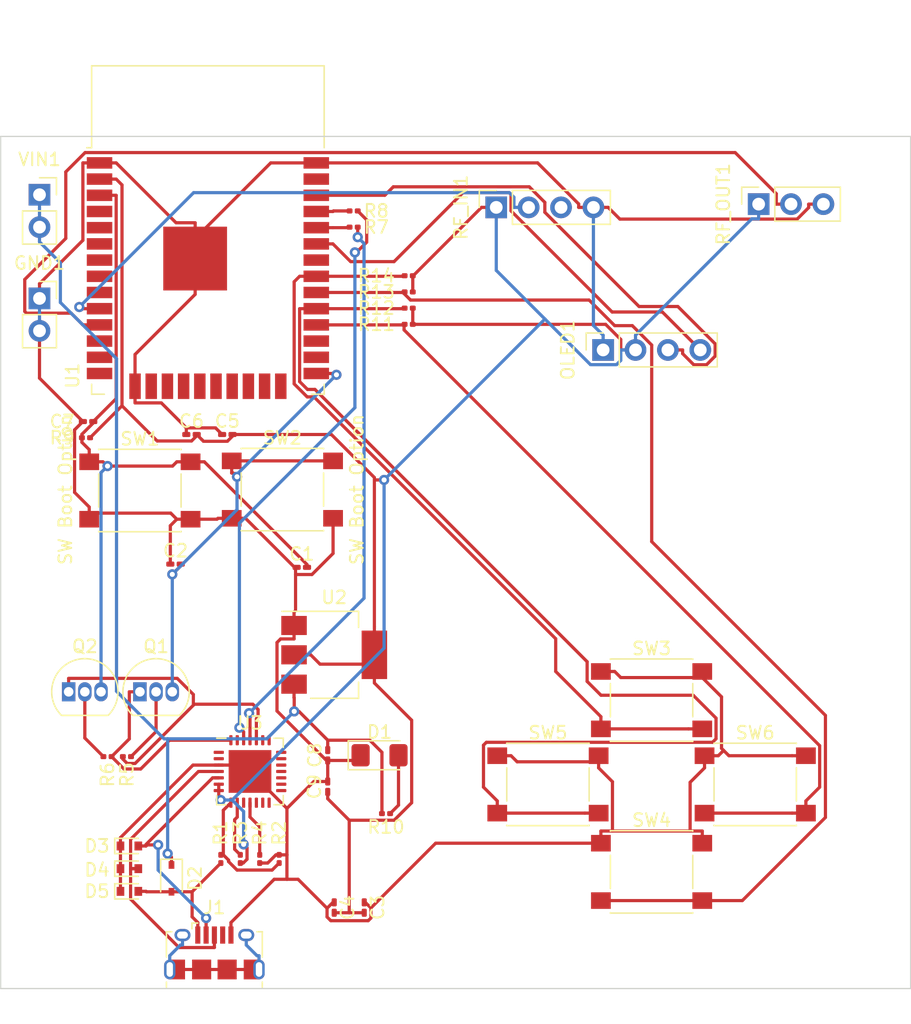
<source format=kicad_pcb>
(kicad_pcb (version 20211014) (generator pcbnew)
  (layers (0 "F.Cu" signal) (31 "B.Cu" signal) (34 "B.Paste" user) (35 "F.Paste" user) (36 "B.SilkS" user "B.Silkscreen") (37 "F.SilkS" user "F.Silkscreen") (38 "B.Mask" user) (39 "F.Mask" user) (44 "Edge.Cuts" user))
  (net 0 "")
  (net 1 "GND")
  (net 2 "EN")
  (net 3 "IO0")
  (net 4 "3V3")
  (net 5 "EXT_5V")
  (net 6 "VBUS")
  (net 7 "USB_DP")
  (net 8 "USB_DN")
  (net 9 "Net-(D1-Pad2)")
  (net 11 "unconnected-(J1-Pad6)")
  (net 12 "DTR")
  (net 13 "Net-(Q1-Pad2)")
  (net 14 "RTS")
  (net 15 "Net-(Q2-Pad2)")
  (net 16 "VbOut")
  (net 17 "Rst")
  (net 18 "Sus")
  (net 19 "RX")
  (net 20 "RXD")
  (net 21 "TX")
  (net 22 "TXD")
  (net 29 "RF_In")
  (net 30 "RF_Out")
  (net 45 "B4")
  (net 46 "B3")
  (net 47 "B2")
  (net 48 "B1")
  (net 50 "SDA")
  (net 51 "SCL")
  (footprint "Package_TO_SOT_SMD:SOT-223-3_TabPin2" (layer "F.Cu") (at 125.222 87.884)
    (fp_text reference "U2")
    (fp_text value "AMS1117-3.3")
  )
  (footprint "Package_TO_SOT_THT:TO-92_Inline" (layer "F.Cu") (at 109.982 90.784)
    (fp_text reference "Q1")
    (fp_text value "S8050")
  )
  (footprint "Connector_PinSocket_2.54mm:PinSocket_1x04_P2.54mm_Vertical" (layer "F.Cu") (at 137.932 52.807 90)
    (fp_text reference "RF_IN1")
    (fp_text value "Receiver")
  )
  (footprint "Resistor_SMD:R_0201_0603Metric" (layer "F.Cu") (at 107.442 95.864 180)
    (fp_text reference "R6")
    (fp_text value "10K")
  )
  (footprint "Resistor_SMD:R_0201_0603Metric" (layer "F.Cu") (at 126.746 54.356)
    (fp_text reference "R7")
    (fp_text value "0")
  )
  (footprint "Diode_SMD:D_SOD-523" (layer "F.Cu") (at 109.158 102.87)
    (fp_text reference "D3")
    (fp_text value "LESD5D5.0CT1G" hide)
  )
  (footprint "Resistor_SMD:R_0201_0603Metric" (layer "F.Cu") (at 117.856 103.886 90)
    (fp_text reference "R3")
    (fp_text value "2K")
  )
  (footprint "Resistor_SMD:R_0201_0603Metric" (layer "F.Cu") (at 105.755 70.866)
    (fp_text reference "R9")
    (fp_text value "10K")
  )
  (footprint "Connector_PinSocket_2.54mm:PinSocket_1x02_P2.54mm_Vertical" (layer "F.Cu") (at 102.108 51.816)
    (fp_text reference "VIN1")
    (fp_text value "VIN")
  )
  (footprint "Resistor_SMD:R_0201_0603Metric" (layer "F.Cu") (at 131.064 58.166 180)
    (fp_text reference "R14")
    (fp_text value "10K" hide)
  )
  (footprint "Connector_PinSocket_2.54mm:PinSocket_1x04_P2.54mm_Vertical" (layer "F.Cu") (at 146.314 63.983 90)
    (fp_text reference "OLED1")
    (fp_text value "OLED")
  )
  (footprint "Connector_PinSocket_2.54mm:PinSocket_1x02_P2.54mm_Vertical" (layer "F.Cu") (at 102.108 59.944)
    (fp_text reference "GND1")
    (fp_text value "GND")
  )
  (footprint "RF_Module:ESP32-WROOM-32" (layer "F.Cu") (at 115.316 57.574)
    (fp_text reference "U1")
    (fp_text value "ESP32-WROOM-32")
  )
  (footprint "Diode_SMD:D_SOD-523" (layer "F.Cu") (at 109.158 104.648)
    (fp_text reference "D4")
    (fp_text value "LESD5D5.0CT1G" hide)
  )
  (footprint "Connector_PinSocket_2.54mm:PinSocket_1x03_P2.54mm_Vertical" (layer "F.Cu") (at 158.511 52.553 90)
    (fp_text reference "RF_OUT1")
    (fp_text value "Transmitter")
  )
  (footprint "Resistor_SMD:R_0201_0603Metric" (layer "F.Cu") (at 131.064 61.976 180)
    (fp_text reference "R11")
    (fp_text value "10K" hide)
  )
  (footprint "Resistor_SMD:R_0201_0603Metric" (layer "F.Cu") (at 116.332 103.886 90)
    (fp_text reference "R1")
    (fp_text value "22.1K")
  )
  (footprint "Capacitor_SMD:C_0201_0603Metric_Pad0.64x0.40mm_HandSolder" (layer "F.Cu") (at 127.577 107.696 -90)
    (fp_text reference "C3")
    (fp_text value "4.7uF")
  )
  (footprint "Capacitor_SMD:C_0201_0603Metric_Pad0.64x0.40mm_HandSolder" (layer "F.Cu") (at 124.714 98.2225 90)
    (fp_text reference "C9")
    (fp_text value "22uF")
  )
  (footprint "Diode_SMD:D_1206_3216Metric_Pad1.42x1.75mm_HandSolder" (layer "F.Cu") (at 128.778 95.758)
    (fp_text reference "D1")
    (fp_text value "LED")
  )
  (footprint "Capacitor_SMD:C_0201_0603Metric_Pad0.64x0.40mm_HandSolder" (layer "F.Cu") (at 122.682 81.026)
    (fp_text reference "C1")
    (fp_text value "0.1uF")
  )
  (footprint "Package_DFN_QFN:QFN-28-1EP_5x5mm_P0.5mm_EP3.35x3.35mm" (layer "F.Cu") (at 118.618 97.028)
    (fp_text reference "U3")
    (fp_text value "CP2102N-Axx-xQFN28")
  )
  (footprint "Resistor_SMD:R_0201_0603Metric" (layer "F.Cu") (at 131.064 59.436 180)
    (fp_text reference "R13")
    (fp_text value "10K" hide)
  )
  (footprint "Connector_USB:USB_Micro-B_Amphenol_10118194_Horizontal" (layer "F.Cu") (at 115.824 111.252)
    (fp_text reference "J1")
    (fp_text value "USB_B_Micro")
  )
  (footprint "Capacitor_SMD:C_0201_0603Metric_Pad0.64x0.40mm_HandSolder" (layer "F.Cu") (at 112.776 80.772)
    (fp_text reference "C2")
    (fp_text value "0.1uF")
  )
  (footprint "Button_Switch_SMD:SW_Push_1P1T_NO_6x6mm_H9.5mm" (layer "F.Cu") (at 121.158 74.93)
    (fp_text reference "SW2")
    (fp_text value "SW Boot Option")
  )
  (footprint "Capacitor_SMD:C_0201_0603Metric_Pad0.64x0.40mm_HandSolder" (layer "F.Cu") (at 114.03 70.612)
    (fp_text reference "C6")
    (fp_text value "0.1uF")
  )
  (footprint "Resistor_SMD:R_0201_0603Metric" (layer "F.Cu") (at 131.064 60.706 180)
    (fp_text reference "R12")
    (fp_text value "10K" hide)
  )
  (footprint "Button_Switch_SMD:SW_Push_1P1T_NO_6x6mm_H9.5mm" (layer "F.Cu") (at 158.242 98.044)
    (fp_text reference "SW6")
    (fp_text value "RIGHT")
  )
  (footprint "Resistor_SMD:R_0201_0603Metric" (layer "F.Cu") (at 119.38 103.886 90)
    (fp_text reference "R4")
    (fp_text value "10K")
  )
  (footprint "Resistor_SMD:R_0201_0603Metric" (layer "F.Cu") (at 129.286 100.33 180)
    (fp_text reference "R10")
    (fp_text value "2K")
  )
  (footprint "Diode_SMD:D_SOD-323" (layer "F.Cu") (at 112.46 105.41 -90)
    (fp_text reference "D2")
    (fp_text value "BAT760-7" hide)
  )
  (footprint "Resistor_SMD:R_0201_0603Metric" (layer "F.Cu") (at 108.966 95.864)
    (fp_text reference "R5")
    (fp_text value "10K")
  )
  (footprint "Package_TO_SOT_THT:TO-92_Inline" (layer "F.Cu") (at 104.394 90.784)
    (fp_text reference "Q2")
    (fp_text value "S8050")
  )
  (footprint "Resistor_SMD:R_0201_0603Metric" (layer "F.Cu") (at 126.746 53.086)
    (fp_text reference "R8")
    (fp_text value "0")
  )
  (footprint "Capacitor_SMD:C_0201_0603Metric_Pad0.64x0.40mm_HandSolder" (layer "F.Cu") (at 116.84 70.612)
    (fp_text reference "C5")
    (fp_text value "22uF")
  )
  (footprint "Capacitor_SMD:C_0201_0603Metric_Pad0.64x0.40mm_HandSolder" (layer "F.Cu") (at 124.714 95.758 -90)
    (fp_text reference "C8")
    (fp_text value "22uF")
  )
  (footprint "Diode_SMD:D_SOD-523" (layer "F.Cu") (at 109.158 106.426)
    (fp_text reference "D5")
    (fp_text value "LESD5D5.0CT1G" hide)
  )
  (footprint "Button_Switch_SMD:SW_Push_1P1T_NO_6x6mm_H9.5mm" (layer "F.Cu") (at 109.982 75.003)
    (fp_text reference "SW1")
    (fp_text value "SW Boot Option")
  )
  (footprint "Button_Switch_SMD:SW_Push_1P1T_NO_6x6mm_H9.5mm" (layer "F.Cu") (at 150.114 91.44)
    (fp_text reference "SW3")
    (fp_text value "UP")
  )
  (footprint "Resistor_SMD:R_0201_0603Metric" (layer "F.Cu") (at 120.904 103.886 90)
    (fp_text reference "R2")
    (fp_text value "47.5K")
  )
  (footprint "Capacitor_SMD:C_0201_0603Metric_Pad0.64x0.40mm_HandSolder" (layer "F.Cu") (at 125.222 107.696 -90)
    (fp_text reference "C4")
    (fp_text value "0.1uF")
  )
  (footprint "Capacitor_SMD:C_0201_0603Metric_Pad0.64x0.40mm_HandSolder" (layer "F.Cu") (at 105.918 69.596)
    (fp_text reference "C7")
    (fp_text value "0.1uF")
  )
  (footprint "Button_Switch_SMD:SW_Push_1P1T_NO_6x6mm_H9.5mm" (layer "F.Cu") (at 150.114 104.902)
    (fp_text reference "SW4")
    (fp_text value "DOWN")
  )
  (footprint "Button_Switch_SMD:SW_Push_1P1T_NO_6x6mm_H9.5mm" (layer "F.Cu") (at 141.986 98.044)
    (fp_text reference "SW5")
    (fp_text value "LEFT")
  )
  (gr_rect (start 99.06 47.244) (end 170.434 114.046) (layer "Edge.Cuts") (width 0.1) (fill none))
  (segment (start 106.816 49.319) (end 105.5107 49.319) (width 0.25) (layer "F.Cu") (net 1))
  (segment (start 108.458 104.648) (end 108.458 106.426) (width 0.25) (layer "F.Cu") (net 1))
  (segment (start 146.139 102.652) (end 133.179 102.652) (width 0.25) (layer "F.Cu") (net 1))
  (segment (start 154.267 95.794) (end 155.3473 95.794) (width 0.25) (layer "F.Cu") (net 1))
  (segment (start 122.3895 105.4803) (end 124.6608 107.7516) (width 0.25) (layer "F.Cu") (net 1))
  (segment (start 124.6608 108.4337) (end 124.9539 108.7268) (width 0.25) (layer "F.Cu") (net 1))
  (segment (start 108.458 102.87) (end 108.458 102.2147) (width 0.25) (layer "F.Cu") (net 1))
  (segment (start 114.316 56.819) (end 114.316 55.2466) (width 0.25) (layer "F.Cu") (net 1))
  (segment (start 127.2905 95.758) (end 126.883 96.1655) (width 0.25) (layer "F.Cu") (net 1))
  (segment (start 106.007 76.7753) (end 106.007 76.2977) (width 0.25) (layer "F.Cu") (net 1))
  (segment (start 122.1919 84.4088) (end 122.072 84.5287) (width 0.25) (layer "F.Cu") (net 1))
  (segment (start 123.6236 97.815) (end 124.714 97.815) (width 0.25) (layer "F.Cu") (net 1))
  (segment (start 155.5997 95.2169) (end 155.7621 95.3792) (width 0.25) (layer "F.Cu") (net 1))
  (segment (start 119.38 104.206) (end 120.0078 104.206) (width 0.25) (layer "F.Cu") (net 1))
  (segment (start 112.399 76.7753) (end 112.8767 77.253) (width 0.25) (layer "F.Cu") (net 1))
  (segment (start 108.458 102.87) (end 108.458 104.648) (width 0.25) (layer "F.Cu") (net 1))
  (segment (start 161.534 53.724) (end 162.4357 52.8223) (width 0.25) (layer "F.Cu") (net 1))
  (segment (start 124.6608 107.7516) (end 124.6608 108.4337) (width 0.25) (layer "F.Cu") (net 1))
  (segment (start 121.5143 103.566) (end 121.5143 105.4803) (width 0.25) (layer "F.Cu") (net 1))
  (segment (start 121.5143 99.9243) (end 123.6236 97.815) (width 0.25) (layer "F.Cu") (net 1))
  (segment (start 105.5105 69.596) (end 102.108 66.1935) (width 0.25) (layer "F.Cu") (net 1))
  (segment (start 154.267 95.794) (end 154.267 96.7493) (width 0.25) (layer "F.Cu") (net 1))
  (segment (start 155.7621 95.3792) (end 156.1768 95.794) (width 0.25) (layer "F.Cu") (net 1))
  (segment (start 109.601 64.3393) (end 109.601 66.829) (width 0.25) (layer "F.Cu") (net 1))
  (segment (start 147.6969 89.6676) (end 147.2193 89.19) (width 0.25) (layer "F.Cu") (net 1))
  (segment (start 109.601 68.1343) (end 111.6638 68.1343) (width 0.25) (layer "F.Cu") (net 1))
  (segment (start 121.5143 105.4803) (end 120.5154 105.4803) (width 0.25) (layer "F.Cu") (net 1))
  (segment (start 125.222 107.2885) (end 125.1239 107.2885) (width 0.25) (layer "F.Cu") (net 1))
  (segment (start 120.904 103.566) (end 121.5143 103.566) (width 0.25) (layer "F.Cu") (net 1))
  (segment (start 125.1239 107.2885) (end 124.6608 107.7516) (width 0.25) (layer "F.Cu") (net 1))
  (segment (start 113.957 77.253) (end 112.8767 77.253) (width 0.25) (layer "F.Cu") (net 1))
  (segment (start 147.0454 97.8337) (end 147.0454 101.6967) (width 0.25) (layer "F.Cu") (net 1))
  (segment (start 122.072 85.584) (end 122.072 86.6393) (width 0.25) (layer "F.Cu") (net 1))
  (segment (start 127.8913 108.7268) (end 128.1014 108.5167) (width 0.25) (layer "F.Cu") (net 1))
  (segment (start 153.1356 97.8807) (end 154.267 96.7493) (width 0.25) (layer "F.Cu") (net 1))
  (segment (start 120.6478 103.566) (end 120.904 103.566) (width 0.25) (layer "F.Cu") (net 1))
  (segment (start 105.5107 55.386) (end 105.5107 49.319) (width 0.25) (layer "F.Cu") (net 1))
  (segment (start 122.1919 81.5878) (end 122.1919 84.4088) (width 0.25) (layer "F.Cu") (net 1))
  (segment (start 133.179 102.652) (end 128.1014 107.7296) (width 0.25) (layer "F.Cu") (net 1))
  (segment (start 117.124 109.852) (end 117.124 108.8717) (width 0.25) (layer "F.Cu") (net 1))
  (segment (start 139.5689 96.2716) (end 139.0913 95.794) (width 0.25) (layer "F.Cu") (net 1))
  (segment (start 116.168 96.528) (end 114.1447 96.528) (width 0.25) (layer "F.Cu") (net 1))
  (segment (start 155.5997 91.1783) (end 155.5997 95.2169) (width 0.25) (layer "F.Cu") (net 1))
  (segment (start 153.1356 101.6967) (end 153.1356 97.8807) (width 0.25) (layer "F.Cu") (net 1))
  (segment (start 145.961 96.7493) (end 147.0454 97.8337) (width 0.25) (layer "F.Cu") (net 1))
  (segment (start 121.5143 105.4803) (end 122.3895 105.4803) (width 0.25) (layer "F.Cu") (net 1))
  (segment (start 111.6638 68.1343) (end 113.6225 70.093) (width 0.25) (layer "F.Cu") (net 1))
  (segment (start 154.089 89.6676) (end 147.6969 89.6676) (width 0.25) (layer "F.Cu") (net 1))
  (segment (start 124.9539 108.7268) (end 127.8913 108.7268) (width 0.25) (layer "F.Cu") (net 1))
  (segment (start 120.5154 105.4803) (end 117.124 108.8717) (width 0.25) (layer "F.Cu") (net 1))
  (segment (start 114.316 59.6243) (end 109.601 64.3393) (width 0.25) (layer "F.Cu") (net 1))
  (segment (start 102.108 58.7887) (end 105.5107 55.386) (width 0.25) (layer "F.Cu") (net 1))
  (segment (start 118.2633 77.18) (end 122.1919 81.1086) (width 0.25) (layer "F.Cu") (net 1))
  (segment (start 114.316 55.2466) (end 120.2436 49.319) (width 0.25) (layer "F.Cu") (net 1))
  (segment (start 145.961 96.2716) (end 145.961 96.7493) (width 0.25) (layer "F.Cu") (net 1))
  (segment (start 120.736 86.92) (end 121.0167 86.6393) (width 0.25) (layer "F.Cu") (net 1))
  (segment (start 138.011 95.794) (end 139.0913 95.794) (width 0.25) (layer "F.Cu") (net 1))
  (segment (start 162.217 95.794) (end 161.1367 95.794) (width 0.25) (layer "F.Cu") (net 1))
  (segment (start 113.957 77.253) (end 116.0297 77.253) (width 0.25) (layer "F.Cu") (net 1))
  (segment (start 115.9135 70.093) (end 116.4325 70.612) (width 0.25) (layer "F.Cu") (net 1))
  (segment (start 120.2436 49.319) (end 123.816 49.319) (width 0.25) (layer "F.Cu") (net 1))
  (segment (start 127.6603 107.2885) (end 127.577 107.2885) (width 0.25) (layer "F.Cu") (net 1))
  (segment (start 112.8767 77.253) (end 112.3685 77.7612) (width 0.25) (layer "F.Cu") (net 1))
  (segment (start 118.618 97.028) (end 118.118 96.528) (width 0.25) (layer "F.Cu") (net 1))
  (segment (start 124.714 96.1655) (end 124.714 97.815) (width 0.25) (layer "F.Cu") (net 1))
  (segment (start 145.552 52.807) (end 146.7073 52.807) (width 0.25) (layer "F.Cu") (net 1))
  (segment (start 109.601 66.829) (end 109.601 68.1343) (width 0.25) (layer "F.Cu") (net 1))
  (segment (start 128.1014 108.5167) (end 128.1014 107.7296) (width 0.25) (layer "F.Cu") (net 1))
  (segment (start 146.7073 52.807) (end 147.6243 53.724) (width 0.25) (layer "F.Cu") (net 1))
  (segment (start 122.1919 81.5878) (end 123.4788 81.5878) (width 0.25) (layer "F.Cu") (net 1))
  (segment (start 123.4788 81.5878) (end 125.133 79.9336) (width 0.25) (layer "F.Cu") (net 1))
  (segment (start 117.183 77.18) (end 116.1027 77.18) (width 0.25) (layer "F.Cu") (net 1))
  (segment (start 147.6243 53.724) (end 161.534 53.724) (width 0.25) (layer "F.Cu") (net 1))
  (segment (start 146.139 89.19) (end 147.2193 89.19) (width 0.25) (layer "F.Cu") (net 1))
  (segment (start 122.072 85.584) (end 122.072 84.5287) (width 0.25) (layer "F.Cu") (net 1))
  (segment (start 106.007 77.253) (end 106.007 76.7753) (width 0.25) (layer "F.Cu") (net 1))
  (segment (start 154.089 89.19) (end 154.089 89.6676) (width 0.25) (layer "F.Cu") (net 1))
  (segment (start 118.618 97.028) (end 121.5143 99.9243) (width 0.25) (layer "F.Cu") (net 1))
  (segment (start 145.961 95.794) (end 145.961 96.2716) (width 0.25) (layer "F.Cu") (net 1))
  (segment (start 145.961 96.2716) (end 139.5689 96.2716) (width 0.25) (layer "F.Cu") (net 1))
  (segment (start 114.316 56.819) (end 114.316 59.6243) (width 0.25) (layer "F.Cu") (net 1))
  (segment (start 146.139 102.652) (end 146.139 101.6967) (width 0.25) (layer "F.Cu") (net 1))
  (segment (start 104.8601 70.2464) (end 104.8601 75.1508) (width 0.25) (layer "F.Cu") (net 1))
  (segment (start 121.0167 86.6393) (end 122.072 86.6393) (width 0.25) (layer "F.Cu") (net 1))
  (segment (start 145.552 52.807) (end 144.3967 52.807) (width 0.25) (layer "F.Cu") (net 1))
  (segment (start 153.1356 101.6967) (end 154.089 101.6967) (width 0.25) (layer "F.Cu") (net 1))
  (segment (start 147.0454 101.6967) (end 146.139 101.6967) (width 0.25) (layer "F.Cu") (net 1))
  (segment (start 124.6136 96.1655) (end 120.736 92.2879) (width 0.25) (layer "F.Cu") (net 1))
  (segment (start 114.316 55.2466) (end 114.316 54.0137) (width 0.25) (layer "F.Cu") (net 1))
  (segment (start 113.6225 70.093) (end 115.9135 70.093) (width 0.25) (layer "F.Cu") (net 1))
  (segment (start 155.7621 95.3792) (end 155.3473 95.794) (width 0.25) (layer "F.Cu") (net 1))
  (segment (start 144.3967 52.5377) (end 144.3967 52.807) (width 0.25) (layer "F.Cu") (net 1))
  (segment (start 102.108 66.1935) (end 102.108 62.484) (width 0.25) (layer "F.Cu") (net 1))
  (segment (start 122.1919 81.1086) (end 122.2745 81.026) (width 0.25) (layer "F.Cu") (net 1))
  (segment (start 112.816 54.0137) (end 114.316 54.0137) (width 0.25) (layer "F.Cu") (net 1))
  (segment (start 108.1213 49.319) (end 112.816 54.0137) (width 0.25) (layer "F.Cu") (net 1))
  (segment (start 154.089 89.6676) (end 155.5997 91.1783) (width 0.25) (layer "F.Cu") (net 1))
  (segment (start 113.6225 70.093) (end 113.6225 70.612) (width 0.25) (layer "F.Cu") (net 1))
  (segment (start 154.089 102.652) (end 154.089 101.6967) (width 0.25) (layer "F.Cu") (net 1))
  (segment (start 123.816 49.319) (end 141.178 49.319) (width 0.25) (layer "F.Cu") (net 1))
  (segment (start 118.118 96.528) (end 116.168 96.528) (width 0.25) (layer "F.Cu") (net 1))
  (segment (start 163.591 52.553) (end 162.4357 52.553) (width 0.25) (layer "F.Cu") (net 1))
  (segment (start 141.178 49.319) (end 144.3967 52.5377) (width 0.25) (layer "F.Cu") (net 1))
  (segment (start 120.0078 104.206) (end 120.6478 103.566) (width 0.25) (layer "F.Cu") (net 1))
  (segment (start 156.1768 95.794) (end 161.1367 95.794) (width 0.25) (layer "F.Cu") (net 1))
  (segment (start 106.007 76.7753) (end 112.399 76.7753) (width 0.25) (layer "F.Cu") (net 1))
  (segment (start 121.5143 99.9243) (end 121.5143 103.566) (width 0.25) (layer "F.Cu") (net 1))
  (segment (start 126.883 96.1655) (end 124.714 96.1655) (width 0.25) (layer "F.Cu") (net 1))
  (segment (start 105.5105 69.596) (end 104.8601 70.2464) (width 0.25) (layer "F.Cu") (net 1))
  (segment (start 116.0297 77.253) (end 116.1027 77.18) (width 0.25) (layer "F.Cu") (net 1))
  (segment (start 120.736 92.2879) (end 120.736 86.92) (width 0.25) (layer "F.Cu") (net 1))
  (segment (start 104.8601 75.1508) (end 106.007 76.2977) (width 0.25) (layer "F.Cu") (net 1))
  (segment (start 114.1447 96.528) (end 108.458 102.2147) (width 0.25) (layer "F.Cu") (net 1))
  (segment (start 124.714 96.1655) (end 124.6136 96.1655) (width 0.25) (layer "F.Cu") (net 1))
  (segment (start 128.1014 107.7296) (end 127.6603 107.2885) (width 0.25) (layer "F.Cu") (net 1))
  (segment (start 125.133 79.9336) (end 125.133 77.18) (width 0.25) (layer "F.Cu") (net 1))
  (segment (start 117.183 77.18) (end 118.2633 77.18) (width 0.25) (layer "F.Cu") (net 1))
  (segment (start 147.0454 101.6967) (end 153.1356 101.6967) (width 0.25) (layer "F.Cu") (net 1))
  (segment (start 162.4357 52.8223) (end 162.4357 52.553) (width 0.25) (layer "F.Cu") (net 1))
  (segment (start 112.3685 77.7612) (end 112.3685 80.772) (width 0.25) (layer "F.Cu") (net 1))
  (segment (start 102.108 59.944) (end 102.108 58.7887) (width 0.25) (layer "F.Cu") (net 1))
  (segment (start 106.816 49.319) (end 108.1213 49.319) (width 0.25) (layer "F.Cu") (net 1))
  (segment (start 122.1919 81.1086) (end 122.1919 81.5878) (width 0.25) (layer "F.Cu") (net 1))
  (segment (start 146.314 63.983) (end 146.314 62.8277) (width 0.25) (layer "B.Cu") (net 1))
  (segment (start 102.108 59.944) (end 102.108 62.484) (width 0.25) (layer "B.Cu") (net 1))
  (segment (start 145.552 62.0657) (end 146.314 62.8277) (width 0.25) (layer "B.Cu") (net 1))
  (segment (start 145.552 52.807) (end 145.552 62.0657) (width 0.25) (layer "B.Cu") (net 1))
  (segment (start 106.3255 69.596) (end 106.3255 69.7037) (width 0.25) (layer "F.Cu") (net 2))
  (segment (start 106.007 72.753) (end 106.007 71.7977) (width 0.25) (layer "F.Cu") (net 2))
  (segment (start 107.4433 73.0865) (end 112.5432 73.0865) (width 0.25) (layer "F.Cu") (net 2))
  (segment (start 106.3255 69.596) (end 108.1213 67.8002) (width 0.25) (layer "F.Cu") (net 2))
  (segment (start 106.816 51.859) (end 108.1213 51.859) (width 0.25) (layer "F.Cu") (net 2))
  (segment (start 115.0373 72.753) (end 123.0895 80.8052) (width 0.25) (layer "F.Cu") (net 2))
  (segment (start 106.3255 69.7037) (end 105.435 70.5942) (width 0.25) (layer "F.Cu") (net 2))
  (segment (start 123.0895 80.8052) (end 123.0895 81.026) (width 0.25) (layer "F.Cu") (net 2))
  (segment (start 113.957 72.753) (end 115.0373 72.753) (width 0.25) (layer "F.Cu") (net 2))
  (segment (start 108.1213 67.8002) (end 108.1213 51.859) (width 0.25) (layer "F.Cu") (net 2))
  (segment (start 105.435 71.2257) (end 106.007 71.7977) (width 0.25) (layer "F.Cu") (net 2))
  (segment (start 105.435 70.5942) (end 105.435 70.866) (width 0.25) (layer "F.Cu") (net 2))
  (segment (start 112.5432 73.0865) (end 112.8767 72.753) (width 0.25) (layer "F.Cu") (net 2))
  (segment (start 106.007 72.753) (end 107.0873 72.753) (width 0.25) (layer "F.Cu") (net 2))
  (segment (start 113.957 72.753) (end 112.8767 72.753) (width 0.25) (layer "F.Cu") (net 2))
  (segment (start 107.0873 72.753) (end 107.4208 73.0865) (width 0.25) (layer "F.Cu") (net 2))
  (segment (start 105.435 70.866) (end 105.435 71.2257) (width 0.25) (layer "F.Cu") (net 2))
  (segment (start 107.4208 73.0865) (end 107.4433 73.0865) (width 0.25) (layer "F.Cu") (net 2))
  (via (at 107.4433 73.0865) (size 0.8) (drill 0.4) (layers "F.Cu" "B.Cu") (net 2))
  (segment (start 106.934 73.5958) (end 107.4433 73.0865) (width 0.25) (layer "B.Cu") (net 2))
  (segment (start 106.934 90.784) (end 106.934 73.5958) (width 0.25) (layer "B.Cu") (net 2))
  (segment (start 117.183 72.68) (end 117.183 73.6353) (width 0.25) (layer "F.Cu") (net 3))
  (segment (start 123.816 65.829) (end 125.1213 65.829) (width 0.25) (layer "F.Cu") (net 3))
  (segment (start 113.1835 80.772) (end 113.1835 80.9155) (width 0.25) (layer "F.Cu") (net 3))
  (segment (start 125.222 65.9297) (end 125.1213 65.829) (width 0.25) (layer "F.Cu") (net 3))
  (segment (start 125.3981 65.9297) (end 125.222 65.9297) (width 0.25) (layer "F.Cu") (net 3))
  (segment (start 125.133 72.68) (end 117.183 72.68) (width 0.25) (layer "F.Cu") (net 3))
  (segment (start 117.309 73.6353) (end 117.183 73.6353) (width 0.25) (layer "F.Cu") (net 3))
  (segment (start 117.6001 73.9264) (end 117.309 73.6353) (width 0.25) (layer "F.Cu") (net 3))
  (segment (start 113.1835 80.9155) (end 112.522 81.577) (width 0.25) (layer "F.Cu") (net 3))
  (via (at 117.6001 73.9264) (size 0.8) (drill 0.4) (layers "F.Cu" "B.Cu") (net 3))
  (via (at 112.522 81.577) (size 0.8) (drill 0.4) (layers "F.Cu" "B.Cu") (net 3))
  (via (at 125.3981 65.9297) (size 0.8) (drill 0.4) (layers "F.Cu" "B.Cu") (net 3))
  (segment (start 117.6001 73.7277) (end 125.3981 65.9297) (width 0.25) (layer "B.Cu") (net 3))
  (segment (start 112.522 81.577) (end 112.522 90.784) (width 0.25) (layer "B.Cu") (net 3))
  (segment (start 117.6001 73.9264) (end 117.6001 73.7277) (width 0.25) (layer "B.Cu") (net 3))
  (segment (start 117.6001 73.9264) (end 117.6001 76.4989) (width 0.25) (layer "B.Cu") (net 3))
  (segment (start 117.6001 76.4989) (end 112.522 81.577) (width 0.25) (layer "B.Cu") (net 3))
  (segment (start 118.3837 103.0085) (end 118.3837 103.9094) (width 0.25) (layer "F.Cu") (net 4))
  (segment (start 124.714 99.1658) (end 124.714 98.63) (width 0.25) (layer "F.Cu") (net 4))
  (segment (start 125.222 108.1035) (end 126.3995 108.1035) (width 0.25) (layer "F.Cu") (net 4))
  (segment (start 114.0326 71.1196) (end 111.335 71.1196) (width 0.25) (layer "F.Cu") (net 4))
  (segment (start 118.118 102.7428) (end 118.3837 103.0085) (width 0.25) (layer "F.Cu") (net 4))
  (segment (start 148.854 63.983) (end 147.6987 63.983) (width 0.25) (layer "F.Cu") (net 4))
  (segment (start 128.372 87.884) (end 128.372 85.6787) (width 0.25) (layer "F.Cu") (net 4))
  (segment (start 128.372 87.884) (end 128.372 88.6139) (width 0.25) (layer "F.Cu") (net 4))
  (segment (start 108.1213 50.589) (end 108.5782 51.0459) (width 0.25) (layer "F.Cu") (net 4))
  (segment (start 131.384 58.166) (end 131.4177 58.166) (width 0.25) (layer "F.Cu") (net 4))
  (segment (start 114.8482 71.0226) (end 114.9684 71.1428) (width 0.25) (layer "F.Cu") (net 4))
  (segment (start 128.372 88.6139) (end 124.1072 88.6139) (width 0.25) (layer "F.Cu") (net 4))
  (segment (start 129.9231 100.8513) (end 126.3995 100.8513) (width 0.25) (layer "F.Cu") (net 4))
  (segment (start 116.168 99.1159) (end 116.3204 99.2683) (width 0.25) (layer "F.Cu") (net 4))
  (segment (start 114.8481 71.0226) (end 114.8482 71.0226) (width 0.25) (layer "F.Cu") (net 4))
  (segment (start 128.372 73.9834) (end 125.0006 70.612) (width 0.25) (layer "F.Cu") (net 4))
  (segment (start 137.932 52.807) (end 136.7767 52.807) (width 0.25) (layer "F.Cu") (net 4))
  (segment (start 128.372 90.0893) (end 131.2986 93.0159) (width 0.25) (layer "F.Cu") (net 4))
  (segment (start 131.4177 58.166) (end 136.7767 52.807) (width 0.25) (layer "F.Cu") (net 4))
  (segment (start 147.6987 63.983) (end 147.6987 63.166) (width 0.25) (layer "F.Cu") (net 4))
  (segment (start 108.5782 51.0459) (end 108.5782 68.3628) (width 0.25) (layer "F.Cu") (net 4))
  (segment (start 118.3837 103.9094) (end 118.0871 104.206) (width 0.25) (layer "F.Cu") (net 4))
  (segment (start 131.384 61.976) (end 131.384 60.706) (width 0.25) (layer "F.Cu") (net 4))
  (segment (start 108.5782 68.3628) (end 106.075 70.866) (width 0.25) (layer "F.Cu") (net 4))
  (segment (start 116.8423 71.1428) (end 117.2475 70.7376) (width 0.25) (layer "F.Cu") (net 4))
  (segment (start 131.384 58.166) (end 131.384 59.436) (width 0.25) (layer "F.Cu") (net 4))
  (segment (start 114.4889 70.6633) (end 114.0326 71.1196) (width 0.25) (layer "F.Cu") (net 4))
  (segment (start 128.372 88.6139) (end 128.372 90.0893) (width 0.25) (layer "F.Cu") (net 4))
  (segment (start 106.816 50.589) (end 108.1213 50.589) (width 0.25) (layer "F.Cu") (net 4))
  (segment (start 129.1338 74.1739) (end 128.372 74.1739) (width 0.25) (layer "F.Cu") (net 4))
  (segment (start 131.2986 99.4758) (end 129.9231 100.8513) (width 0.25) (layer "F.Cu") (net 4))
  (segment (start 114.9684 71.1428) (end 116.8423 71.1428) (width 0.25) (layer "F.Cu") (net 4))
  (segment (start 114.4889 70.6633) (end 114.8481 71.0226) (width 0.25) (layer "F.Cu") (net 4))
  (segment (start 116.168 98.528) (end 116.168 99.1159) (width 0.25) (layer "F.Cu") (net 4))
  (segment (start 124.1072 88.6139) (end 123.3773 87.884) (width 0.25) (layer "F.Cu") (net 4))
  (segment (start 122.072 87.884) (end 123.3773 87.884) (width 0.25) (layer "F.Cu") (net 4))
  (segment (start 131.2986 93.0159) (end 131.2986 99.4758) (width 0.25) (layer "F.Cu") (net 4))
  (segment (start 118.0871 104.206) (end 117.856 104.206) (width 0.25) (layer "F.Cu") (net 4))
  (segment (start 126.3995 100.8513) (end 124.714 99.1658) (width 0.25) (layer "F.Cu") (net 4))
  (segment (start 128.372 74.1739) (end 128.372 73.9834) (width 0.25) (layer "F.Cu") (net 4))
  (segment (start 125.0006 70.612) (end 117.2475 70.612) (width 0.25) (layer "F.Cu") (net 4))
  (segment (start 126.3995 108.1035) (end 127.577 108.1035) (width 0.25) (layer "F.Cu") (net 4))
  (segment (start 114.4375 70.612) (end 114.4889 70.6633) (width 0.25) (layer "F.Cu") (net 4))
  (segment (start 116.168 98.028) (end 116.168 98.528) (width 0.25) (layer "F.Cu") (net 4))
  (segment (start 146.5087 61.976) (end 131.384 61.976) (width 0.25) (layer "F.Cu") (net 4))
  (segment (start 111.335 71.1196) (end 108.5782 68.3628) (width 0.25) (layer "F.Cu") (net 4))
  (segment (start 126.3995 100.8513) (end 126.3995 108.1035) (width 0.25) (layer "F.Cu") (net 4))
  (segment (start 147.6987 63.166) (end 146.5087 61.976) (width 0.25) (layer "F.Cu") (net 4))
  (segment (start 117.2475 70.7376) (end 117.2475 70.612) (width 0.25) (layer "F.Cu") (net 4))
  (segment (start 128.372 74.1739) (end 128.372 85.6787) (width 0.25) (layer "F.Cu") (net 4))
  (via (at 116.3204 99.2683) (size 0.8) (drill 0.4) (layers "F.Cu" "B.Cu") (net 4))
  (via (at 129.1338 74.1739) (size 0.8) (drill 0.4) (layers "F.Cu" "B.Cu") (net 4))
  (via (at 118.118 102.7428) (size 0.8) (drill 0.4) (layers "F.Cu" "B.Cu") (net 4))
  (segment (start 148.854 63.983) (end 147.6987 63.983) (width 0.25) (layer "B.Cu") (net 4))
  (segment (start 141.7479 61.5598) (end 129.1338 74.1739) (width 0.25) (layer "B.Cu") (net 4))
  (segment (start 158.511 52.553) (end 158.511 53.7083) (width 0.25) (layer "B.Cu") (net 4))
  (segment (start 117.2192 99.2683) (end 118.118 100.1671) (width 0.25) (layer "B.Cu") (net 4))
  (segment (start 148.854 63.983) (end 148.854 62.8277) (width 0.25) (layer "B.Cu") (net 4))
  (segment (start 118.118 100.1671) (end 118.118 102.7428) (width 0.25) (layer "B.Cu") (net 4))
  (segment (start 147.6987 64.8) (end 147.6987 63.983) (width 0.25) (layer "B.Cu") (net 4))
  (segment (start 148.854 62.8277) (end 157.9734 53.7083) (width 0.25) (layer "B.Cu") (net 4))
  (segment (start 137.932 52.807) (end 137.932 57.7439) (width 0.25) (layer "B.Cu") (net 4))
  (segment (start 147.3603 65.1384) (end 147.6987 64.8) (width 0.25) (layer "B.Cu") (net 4))
  (segment (start 141.7479 61.5598) (end 145.3265 65.1384) (width 0.25) (layer "B.Cu") (net 4))
  (segment (start 129.1338 74.1739) (end 129.1338 87.3537) (width 0.25) (layer "B.Cu") (net 4))
  (segment (start 157.9734 53.7083) (end 158.511 53.7083) (width 0.25) (layer "B.Cu") (net 4))
  (segment (start 145.3265 65.1384) (end 147.3603 65.1384) (width 0.25) (layer "B.Cu") (net 4))
  (segment (start 129.1338 87.3537) (end 117.2192 99.2683) (width 0.25) (layer "B.Cu") (net 4))
  (segment (start 117.2192 99.2683) (end 116.3204 99.2683) (width 0.25) (layer "B.Cu") (net 4))
  (segment (start 137.932 57.7439) (end 141.7479 61.5598) (width 0.25) (layer "B.Cu") (net 4))
  (segment (start 112.46 104.36) (end 112.46 103.7547) (width 0.25) (layer "F.Cu") (net 5))
  (segment (start 112.46 103.7547) (end 112.4409 103.7547) (width 0.25) (layer "F.Cu") (net 5))
  (segment (start 112.4409 103.7547) (end 112.159 103.4728) (width 0.25) (layer "F.Cu") (net 5))
  (segment (start 122.0844 92.3191) (end 122.0844 91.2517) (width 0.25) (layer "F.Cu") (net 5))
  (segment (start 128.0149 94.5765) (end 128.966 95.5276) (width 0.25) (layer "F.Cu") (net 5))
  (segment (start 124.714 94.5765) (end 122.4566 92.3191) (width 0.25) (layer "F.Cu") (net 5))
  (segment (start 122.4566 92.3191) (end 122.0844 92.3191) (width 0.25) (layer "F.Cu") (net 5))
  (segment (start 122.0844 91.2517) (end 122.072 91.2393) (width 0.25) (layer "F.Cu") (net 5))
  (segment (start 122.072 90.184) (end 122.072 91.2393) (width 0.25) (layer "F.Cu") (net 5))
  (segment (start 128.966 95.5276) (end 128.966 100.33) (width 0.25) (layer "F.Cu") (net 5))
  (segment (start 124.714 94.5765) (end 128.0149 94.5765) (width 0.25) (layer "F.Cu") (net 5))
  (segment (start 124.714 95.3505) (end 124.714 94.5765) (width 0.25) (layer "F.Cu") (net 5))
  (via (at 112.159 103.4728) (size 0.8) (drill 0.4) (layers "F.Cu" "B.Cu") (net 5))
  (via (at 122.0844 92.3191) (size 0.8) (drill 0.4) (layers "F.Cu" "B.Cu") (net 5))
  (segment (start 102.108 54.356) (end 102.108 51.816) (width 0.25) (layer "B.Cu") (net 5))
  (segment (start 119.9346 94.4689) (end 122.0844 92.3191) (width 0.25) (layer "B.Cu") (net 5))
  (segment (start 108.1486 90.7404) (end 111.8771 94.4689) (width 0.25) (layer "B.Cu") (net 5))
  (segment (start 103.7445 57.1478) (end 103.7445 60.2589) (width 0.25) (layer "B.Cu") (net 5))
  (segment (start 108.1486 64.663) (end 108.1486 90.7404) (width 0.25) (layer "B.Cu") (net 5))
  (segment (start 112.159 94.4689) (end 119.9346 94.4689) (width 0.25) (layer "B.Cu") (net 5))
  (segment (start 112.159 94.4689) (end 112.159 103.4728) (width 0.25) (layer "B.Cu") (net 5))
  (segment (start 111.8771 94.4689) (end 112.159 94.4689) (width 0.25) (layer "B.Cu") (net 5))
  (segment (start 103.7445 60.2589) (end 108.1486 64.663) (width 0.25) (layer "B.Cu") (net 5))
  (segment (start 102.108 54.356) (end 102.108 55.5113) (width 0.25) (layer "B.Cu") (net 5))
  (segment (start 102.108 55.5113) (end 103.7445 57.1478) (width 0.25) (layer "B.Cu") (net 5))
  (segment (start 114.078 108.4257) (end 114.078 106.46) (width 0.25) (layer "F.Cu") (net 6))
  (segment (start 110.4633 106.426) (end 110.4973 106.46) (width 0.25) (layer "F.Cu") (net 6))
  (segment (start 109.858 106.426) (end 110.4633 106.426) (width 0.25) (layer "F.Cu") (net 6))
  (segment (start 114.078 106.46) (end 116.332 104.206) (width 0.25) (layer "F.Cu") (net 6))
  (segment (start 110.4973 106.46) (end 112.46 106.46) (width 0.25) (layer "F.Cu") (net 6))
  (segment (start 112.46 106.46) (end 114.078 106.46) (width 0.25) (layer "F.Cu") (net 6))
  (segment (start 114.524 109.852) (end 114.524 108.8717) (width 0.25) (layer "F.Cu") (net 6))
  (segment (start 114.524 108.8717) (end 114.078 108.4257) (width 0.25) (layer "F.Cu") (net 6))
  (segment (start 109.858 104.648) (end 109.2527 104.648) (width 0.25) (layer "F.Cu") (net 7))
  (segment (start 115.824 109.852) (end 115.824 110.8323) (width 0.25) (layer "F.Cu") (net 7))
  (segment (start 115.824 110.8323) (end 113.0502 110.8323) (width 0.25) (layer "F.Cu") (net 7))
  (segment (start 109.2527 102.349) (end 109.2527 104.648) (width 0.25) (layer "F.Cu") (net 7))
  (segment (start 116.168 97.028) (end 114.5737 97.028) (width 0.25) (layer "F.Cu") (net 7))
  (segment (start 113.0502 110.8323) (end 109.2527 107.0348) (width 0.25) (layer "F.Cu") (net 7))
  (segment (start 109.858 104.648) (end 109.2527 104.648) (width 0.25) (layer "F.Cu") (net 7))
  (segment (start 109.2527 107.0348) (end 109.2527 104.648) (width 0.25) (layer "F.Cu") (net 7))
  (segment (start 114.5737 97.028) (end 109.2527 102.349) (width 0.25) (layer "F.Cu") (net 7))
  (segment (start 110.548 102.7853) (end 110.4633 102.87) (width 0.25) (layer "F.Cu") (net 8))
  (segment (start 115.6864 97.528) (end 110.4633 102.7511) (width 0.25) (layer "F.Cu") (net 8))
  (segment (start 110.4633 102.7511) (end 110.4633 102.87) (width 0.25) (layer "F.Cu") (net 8))
  (segment (start 115.174 109.852) (end 115.174 108.5207) (width 0.25) (layer "F.Cu") (net 8))
  (segment (start 116.168 97.528) (end 115.6864 97.528) (width 0.25) (layer "F.Cu") (net 8))
  (segment (start 109.858 102.87) (end 110.4633 102.87) (width 0.25) (layer "F.Cu") (net 8))
  (segment (start 111.412 102.7853) (end 110.548 102.7853) (width 0.25) (layer "F.Cu") (net 8))
  (via (at 111.412 102.7853) (size 0.8) (drill 0.4) (layers "F.Cu" "B.Cu") (net 8))
  (via (at 115.174 108.5207) (size 0.8) (drill 0.4) (layers "F.Cu" "B.Cu") (net 8))
  (segment (start 111.412 102.7853) (end 111.412 104.7587) (width 0.25) (layer "B.Cu") (net 8))
  (segment (start 111.412 104.7587) (end 115.174 108.5207) (width 0.25) (layer "B.Cu") (net 8))
  (segment (start 129.606 100.33) (end 130.2655 99.6705) (width 0.25) (layer "F.Cu") (net 9))
  (segment (start 130.2655 99.6705) (end 130.2655 95.758) (width 0.25) (layer "F.Cu") (net 9))
  (segment (start 118.724 112.552) (end 116.824 112.552) (width 0.25) (layer "F.Cu") (net 11))
  (segment (start 112.924 112.552) (end 112.324 112.552) (width 0.25) (layer "F.Cu") (net 11))
  (segment (start 119.324 112.552) (end 118.724 112.552) (width 0.25) (layer "F.Cu") (net 11))
  (segment (start 114.824 112.552) (end 116.824 112.552) (width 0.25) (layer "F.Cu") (net 11))
  (segment (start 112.924 112.552) (end 114.824 112.552) (width 0.25) (layer "F.Cu") (net 11))
  (segment (start 118.324 110.6323) (end 119.1634 111.4717) (width 0.25) (layer "B.Cu") (net 11))
  (segment (start 113.324 109.852) (end 113.324 110.6323) (width 0.25) (layer "B.Cu") (net 11))
  (segment (start 112.324 112.552) (end 112.324 111.4717) (width 0.25) (layer "B.Cu") (net 11))
  (segment (start 119.324 112.552) (end 119.324 111.4717) (width 0.25) (layer "B.Cu") (net 11))
  (segment (start 113.1634 110.6323) (end 113.324 110.6323) (width 0.25) (layer "B.Cu") (net 11))
  (segment (start 119.1634 111.4717) (end 119.324 111.4717) (width 0.25) (layer "B.Cu") (net 11))
  (segment (start 118.324 109.852) (end 118.324 110.6323) (width 0.25) (layer "B.Cu") (net 11))
  (segment (start 112.324 111.4717) (end 113.1634 110.6323) (width 0.25) (layer "B.Cu") (net 11))
  (segment (start 112.3035 94.578) (end 110.0478 96.8337) (width 0.25) (layer "F.Cu") (net 12))
  (segment (start 109.1517 94.4743) (end 107.762 95.864) (width 0.25) (layer "F.Cu") (net 12))
  (segment (start 109.982 90.784) (end 109.1517 90.784) (width 0.25) (layer "F.Cu") (net 12))
  (segment (start 117.118 94.578) (end 112.3035 94.578) (width 0.25) (layer "F.Cu") (net 12))
  (segment (start 110.0478 96.8337) (end 108.7317 96.8337) (width 0.25) (layer "F.Cu") (net 12))
  (segment (start 108.7317 96.8337) (end 107.762 95.864) (width 0.25) (layer "F.Cu") (net 12))
  (segment (start 109.1517 90.784) (end 109.1517 94.4743) (width 0.25) (layer "F.Cu") (net 12))
  (segment (start 111.252 93.898) (end 111.252 90.784) (width 0.25) (layer "F.Cu") (net 13))
  (segment (start 109.286 95.864) (end 111.252 93.898) (width 0.25) (layer "F.Cu") (net 13))
  (segment (start 114.1745 91.8328) (end 109.6066 96.4007) (width 0.25) (layer "F.Cu") (net 14))
  (segment (start 104.394 90.784) (end 104.394 89.7287) (width 0.25) (layer "F.Cu") (net 14))
  (segment (start 114.1745 90.9925) (end 114.1745 91.7547) (width 0.25) (layer "F.Cu") (net 14))
  (segment (start 119.2508 92.7522) (end 119.2508 92.1678) (width 0.25) (layer "F.Cu") (net 14))
  (segment (start 108.9894 96.4007) (end 108.646 96.0573) (width 0.25) (layer "F.Cu") (net 14))
  (segment (start 108.646 96.0573) (end 108.646 95.864) (width 0.25) (layer "F.Cu") (net 14))
  (segment (start 119.118 92.885) (end 119.2508 92.7522) (width 0.25) (layer "F.Cu") (net 14))
  (segment (start 119.2508 92.1678) (end 118.8377 91.7547) (width 0.25) (layer "F.Cu") (net 14))
  (segment (start 118.8377 91.7547) (end 114.1745 91.7547) (width 0.25) (layer "F.Cu") (net 14))
  (segment (start 114.1745 91.7547) (end 114.1745 91.8328) (width 0.25) (layer "F.Cu") (net 14))
  (segment (start 109.6066 96.4007) (end 108.9894 96.4007) (width 0.25) (layer "F.Cu") (net 14))
  (segment (start 119.118 94.578) (end 119.118 92.885) (width 0.25) (layer "F.Cu") (net 14))
  (segment (start 104.394 89.7287) (end 112.9107 89.7287) (width 0.25) (layer "F.Cu") (net 14))
  (segment (start 112.9107 89.7287) (end 114.1745 90.9925) (width 0.25) (layer "F.Cu") (net 14))
  (segment (start 105.664 90.784) (end 105.664 94.406) (width 0.25) (layer "F.Cu") (net 15))
  (segment (start 105.664 94.406) (end 107.122 95.864) (width 0.25) (layer "F.Cu") (net 15))
  (segment (start 117.118 99.478) (end 116.525 100.071) (width 0.25) (layer "F.Cu") (net 16))
  (segment (start 116.525 100.071) (end 116.525 103.566) (width 0.25) (layer "F.Cu") (net 16))
  (segment (start 120.3529 104.7571) (end 117.6004 104.7571) (width 0.25) (layer "F.Cu") (net 16))
  (segment (start 120.904 104.206) (end 120.3529 104.7571) (width 0.25) (layer "F.Cu") (net 16))
  (segment (start 116.9385 103.9795) (end 116.525 103.566) (width 0.25) (layer "F.Cu") (net 16))
  (segment (start 117.6004 104.7571) (end 116.9385 104.0952) (width 0.25) (layer "F.Cu") (net 16))
  (segment (start 116.525 103.566) (end 116.332 103.566) (width 0.25) (layer "F.Cu") (net 16))
  (segment (start 116.9385 104.0952) (end 116.9385 103.9795) (width 0.25) (layer "F.Cu") (net 16))
  (segment (start 117.4127 103.1227) (end 117.856 103.566) (width 0.25) (layer "F.Cu") (net 17))
  (segment (start 117.4127 100.808) (end 117.4127 103.1227) (width 0.25) (layer "F.Cu") (net 17))
  (segment (start 117.618 99.478) (end 117.618 100.6027) (width 0.25) (layer "F.Cu") (net 17))
  (segment (start 117.618 100.6027) (end 117.4127 100.808) (width 0.25) (layer "F.Cu") (net 17))
  (segment (start 118.618 100.6026) (end 118.618 99.478) (width 0.25) (layer "F.Cu") (net 18))
  (segment (start 119.38 103.566) (end 119.38 101.3646) (width 0.25) (layer "F.Cu") (net 18))
  (segment (start 119.38 101.3646) (end 118.618 100.6026) (width 0.25) (layer "F.Cu") (net 18))
  (segment (start 125.1213 54.399) (end 126.383 54.399) (width 0.25) (layer "F.Cu") (net 19))
  (segment (start 126.383 54.399) (end 126.426 54.356) (width 0.25) (layer "F.Cu") (net 19))
  (segment (start 123.816 54.399) (end 125.1213 54.399) (width 0.25) (layer "F.Cu") (net 19))
  (segment (start 118.5455 92.46) (end 118.618 92.5325) (width 0.25) (layer "F.Cu") (net 20))
  (segment (start 118.618 92.5325) (end 118.618 94.578) (width 0.25) (layer "F.Cu") (net 20))
  (segment (start 127.066 54.356) (end 127.066 55.1407) (width 0.25) (layer "F.Cu") (net 20))
  (via (at 118.5455 92.46) (size 0.8) (drill 0.4) (layers "F.Cu" "B.Cu") (net 20))
  (via (at 127.066 55.1407) (size 0.8) (drill 0.4) (layers "F.Cu" "B.Cu") (net 20))
  (segment (start 127.066 55.1407) (end 127.561 55.6357) (width 0.25) (layer "B.Cu") (net 20))
  (segment (start 127.561 83.4445) (end 118.5455 92.46) (width 0.25) (layer "B.Cu") (net 20))
  (segment (start 127.561 55.6357) (end 127.561 83.4445) (width 0.25) (layer "B.Cu") (net 20))
  (segment (start 125.1643 53.086) (end 125.1213 53.129) (width 0.25) (layer "F.Cu") (net 21))
  (segment (start 123.816 53.129) (end 125.1213 53.129) (width 0.25) (layer "F.Cu") (net 21))
  (segment (start 126.426 53.086) (end 125.1643 53.086) (width 0.25) (layer "F.Cu") (net 21))
  (segment (start 127.7714 53.7914) (end 127.7714 55.532) (width 0.25) (layer "F.Cu") (net 22))
  (segment (start 118.118 94.578) (end 118.118 93.9261) (width 0.25) (layer "F.Cu") (net 22))
  (segment (start 118.118 93.9261) (end 117.7867 93.5948) (width 0.25) (layer "F.Cu") (net 22))
  (segment (start 127.066 53.086) (end 127.7714 53.7914) (width 0.25) (layer "F.Cu") (net 22))
  (segment (start 127.7714 55.532) (end 126.969 56.3344) (width 0.25) (layer "F.Cu") (net 22))
  (segment (start 126.969 56.3344) (end 126.8456 56.3344) (width 0.25) (layer "F.Cu") (net 22))
  (via (at 126.8456 56.3344) (size 0.8) (drill 0.4) (layers "F.Cu" "B.Cu") (net 22))
  (via (at 117.7867 93.5948) (size 0.8) (drill 0.4) (layers "F.Cu" "B.Cu") (net 22))
  (segment (start 117.7867 93.5948) (end 117.7867 77.566) (width 0.25) (layer "B.Cu") (net 22))
  (segment (start 126.8456 68.5071) (end 126.8456 56.3344) (width 0.25) (layer "B.Cu") (net 22))
  (segment (start 117.7867 77.566) (end 126.8456 68.5071) (width 0.25) (layer "B.Cu") (net 22))
  (segment (start 105.3607 60.749) (end 105.2295 60.6178) (width 0.25) (layer "F.Cu") (net 29))
  (segment (start 105.5107 60.749) (end 105.3607 60.749) (width 0.25) (layer "F.Cu") (net 29))
  (segment (start 106.816 60.749) (end 105.5107 60.749) (width 0.25) (layer "F.Cu") (net 29))
  (via (at 105.2295 60.6178) (size 0.8) (drill 0.4) (layers "F.Cu" "B.Cu") (net 29))
  (segment (start 139.3167 52.807) (end 139.3167 52.0127) (width 0.25) (layer "B.Cu") (net 29))
  (segment (start 140.472 52.807) (end 139.3167 52.807) (width 0.25) (layer "B.Cu") (net 29))
  (segment (start 138.9556 51.6516) (end 114.1957 51.6516) (width 0.25) (layer "B.Cu") (net 29))
  (segment (start 139.3167 52.0127) (end 138.9556 51.6516) (width 0.25) (layer "B.Cu") (net 29))
  (segment (start 114.1957 51.6516) (end 105.2295 60.6178) (width 0.25) (layer "B.Cu") (net 29))
  (segment (start 101.0836 61.0994) (end 100.9526 60.9684) (width 0.25) (layer "F.Cu") (net 30))
  (segment (start 100.9526 60.9684) (end 100.9526 58.4557) (width 0.25) (layer "F.Cu") (net 30))
  (segment (start 105.6824 48.5113) (end 156.671 48.5113) (width 0.25) (layer "F.Cu") (net 30))
  (segment (start 106.816 62.019) (end 105.5107 62.019) (width 0.25) (layer "F.Cu") (net 30))
  (segment (start 105.5107 62.019) (end 104.5911 61.0994) (width 0.25) (layer "F.Cu") (net 30))
  (segment (start 159.8957 51.736) (end 159.8957 52.553) (width 0.25) (layer "F.Cu") (net 30))
  (segment (start 104.17 50.0237) (end 105.6824 48.5113) (width 0.25) (layer "F.Cu") (net 30))
  (segment (start 104.5911 61.0994) (end 101.0836 61.0994) (width 0.25) (layer "F.Cu") (net 30))
  (segment (start 161.051 52.553) (end 159.8957 52.553) (width 0.25) (layer "F.Cu") (net 30))
  (segment (start 104.17 55.2383) (end 104.17 50.0237) (width 0.25) (layer "F.Cu") (net 30))
  (segment (start 156.671 48.5113) (end 159.8957 51.736) (width 0.25) (layer "F.Cu") (net 30))
  (segment (start 100.9526 58.4557) (end 104.17 55.2383) (width 0.25) (layer "F.Cu") (net 30))
  (segment (start 162.217 100.294) (end 162.217 99.3387) (width 0.25) (layer "F.Cu") (net 45))
  (segment (start 123.816 62.019) (end 130.701 62.019) (width 0.25) (layer "F.Cu") (net 45))
  (segment (start 163.2974 98.2583) (end 162.217 99.3387) (width 0.25) (layer "F.Cu") (net 45))
  (segment (start 130.701 62.019) (end 130.701 62.4121) (width 0.25) (layer "F.Cu") (net 45))
  (segment (start 130.701 62.4121) (end 163.2974 95.0085) (width 0.25) (layer "F.Cu") (net 45))
  (segment (start 154.267 100.294) (end 161.1367 100.294) (width 0.25) (layer "F.Cu") (net 45))
  (segment (start 130.701 62.019) (end 130.744 61.976) (width 0.25) (layer "F.Cu") (net 45))
  (segment (start 163.2974 95.0085) (end 163.2974 98.2583) (width 0.25) (layer "F.Cu") (net 45))
  (segment (start 162.217 100.294) (end 161.1367 100.294) (width 0.25) (layer "F.Cu") (net 45))
  (segment (start 145.0587 88.4238) (end 145.0587 89.9664) (width 0.25) (layer "F.Cu") (net 46))
  (segment (start 138.011 100.294) (end 144.8807 100.294) (width 0.25) (layer "F.Cu") (net 46))
  (segment (start 123.1248 67.0784) (end 123.7133 67.0784) (width 0.25) (layer "F.Cu") (net 46))
  (segment (start 145.0587 89.9664) (end 146.1447 91.0524) (width 0.25) (layer "F.Cu") (net 46))
  (segment (start 122.5107 60.749) (end 122.5107 66.4643) (width 0.25) (layer "F.Cu") (net 46))
  (segment (start 123.816 60.749) (end 122.5107 60.749) (width 0.25) (layer "F.Cu") (net 46))
  (segment (start 155.1693 94.4664) (end 154.8937 94.742) (width 0.25) (layer "F.Cu") (net 46))
  (segment (start 154.8937 94.742) (end 137.1546 94.742) (width 0.25) (layer "F.Cu") (net 46))
  (segment (start 145.961 100.294) (end 144.8807 100.294) (width 0.25) (layer "F.Cu") (net 46))
  (segment (start 137.1546 94.742) (end 136.9306 94.966) (width 0.25) (layer "F.Cu") (net 46))
  (segment (start 136.9306 94.966) (end 136.9306 98.2583) (width 0.25) (layer "F.Cu") (net 46))
  (segment (start 155.1693 92.8467) (end 155.1693 94.4664) (width 0.25) (layer "F.Cu") (net 46))
  (segment (start 146.1447 91.0524) (end 153.375 91.0524) (width 0.25) (layer "F.Cu") (net 46))
  (segment (start 138.011 100.294) (end 138.011 99.3387) (width 0.25) (layer "F.Cu") (net 46))
  (segment (start 130.701 60.749) (end 123.816 60.749) (width 0.25) (layer "F.Cu") (net 46))
  (segment (start 153.375 91.0524) (end 155.1693 92.8467) (width 0.25) (layer "F.Cu") (net 46))
  (segment (start 136.9306 98.2583) (end 138.011 99.3387) (width 0.25) (layer "F.Cu") (net 46))
  (segment (start 122.5107 66.4643) (end 123.1248 67.0784) (width 0.25) (layer "F.Cu") (net 46))
  (segment (start 130.744 60.706) (end 130.701 60.749) (width 0.25) (layer "F.Cu") (net 46))
  (segment (start 123.7133 67.0784) (end 145.0587 88.4238) (width 0.25) (layer "F.Cu") (net 46))
  (segment (start 123.816 59.479) (end 130.701 59.479) (width 0.25) (layer "F.Cu") (net 47))
  (segment (start 150.124 63.5987) (end 150.124 79.0086) (width 0.25) (layer "F.Cu") (net 47))
  (segment (start 130.701 59.5646) (end 131.2074 60.071) (width 0.25) (layer "F.Cu") (net 47))
  (segment (start 163.7488 100.634) (end 157.2308 107.152) (width 0.25) (layer "F.Cu") (net 47))
  (segment (start 154.089 107.152) (end 146.139 107.152) (width 0.25) (layer "F.Cu") (net 47))
  (segment (start 148.6038 62.0785) (end 150.124 63.5987) (width 0.25) (layer "F.Cu") (net 47))
  (segment (start 145.2125 60.071) (end 147.22 62.0785) (width 0.25) (layer "F.Cu") (net 47))
  (segment (start 131.2074 60.071) (end 145.2125 60.071) (width 0.25) (layer "F.Cu") (net 47))
  (segment (start 130.701 59.479) (end 130.701 59.5646) (width 0.25) (layer "F.Cu") (net 47))
  (segment (start 157.2308 107.152) (end 154.089 107.152) (width 0.25) (layer "F.Cu") (net 47))
  (segment (start 147.22 62.0785) (end 148.6038 62.0785) (width 0.25) (layer "F.Cu") (net 47))
  (segment (start 150.124 79.0086) (end 163.7488 92.6334) (width 0.25) (layer "F.Cu") (net 47))
  (segment (start 163.7488 92.6334) (end 163.7488 100.634) (width 0.25) (layer "F.Cu") (net 47))
  (segment (start 130.701 59.479) (end 130.744 59.436) (width 0.25) (layer "F.Cu") (net 47))
  (segment (start 122.5107 58.209) (end 122.0804 58.6393) (width 0.25) (layer "F.Cu") (net 48))
  (segment (start 146.139 93.69) (end 146.139 92.7347) (width 0.25) (layer "F.Cu") (net 48))
  (segment (start 130.744 58.166) (end 130.701 58.209) (width 0.25) (layer "F.Cu") (net 48))
  (segment (start 154.089 93.69) (end 153.0087 93.69) (width 0.25) (layer "F.Cu") (net 48))
  (segment (start 123.816 58.209) (end 122.5107 58.209) (width 0.25) (layer "F.Cu") (net 48))
  (segment (start 123.1019 67.6641) (end 123.6344 67.6641) (width 0.25) (layer "F.Cu") (net 48))
  (segment (start 123.6344 67.6641) (end 142.5944 86.6241) (width 0.25) (layer "F.Cu") (net 48))
  (segment (start 130.701 58.209) (end 123.816 58.209) (width 0.25) (layer "F.Cu") (net 48))
  (segment (start 142.5944 89.1901) (end 146.139 92.7347) (width 0.25) (layer "F.Cu") (net 48))
  (segment (start 146.139 93.69) (end 153.0087 93.69) (width 0.25) (layer "F.Cu") (net 48))
  (segment (start 122.0804 66.6426) (end 123.1019 67.6641) (width 0.25) (layer "F.Cu") (net 48))
  (segment (start 122.0804 58.6393) (end 122.0804 66.6426) (width 0.25) (layer "F.Cu") (net 48))
  (segment (start 142.5944 86.6241) (end 142.5944 89.1901) (width 0.25) (layer "F.Cu") (net 48))
  (segment (start 129.9158 57.0597) (end 135.3239 51.6516) (width 0.25) (layer "F.Cu") (net 50))
  (segment (start 138.9499 51.6516) (end 139.0874 51.7891) (width 0.25) (layer "F.Cu") (net 50))
  (segment (start 135.3239 51.6516) (end 138.9499 51.6516) (width 0.25) (layer "F.Cu") (net 50))
  (segment (start 123.816 55.669) (end 125.1213 55.669) (width 0.25) (layer "F.Cu") (net 50))
  (segment (start 139.0874 51.7891) (end 139.0874 53.0777) (width 0.25) (layer "F.Cu") (net 50))
  (segment (start 147.0177 61.008) (end 150.959 61.008) (width 0.25) (layer "F.Cu") (net 50))
  (segment (start 125.1213 55.669) (end 126.512 57.0597) (width 0.25) (layer "F.Cu") (net 50))
  (segment (start 139.0874 53.0777) (end 147.0177 61.008) (width 0.25) (layer "F.Cu") (net 50))
  (segment (start 150.959 61.008) (end 153.934 63.983) (width 0.25) (layer "F.Cu") (net 50))
  (segment (start 126.512 57.0597) (end 129.9158 57.0597) (width 0.25) (layer "F.Cu") (net 50))
  (segment (start 151.394 63.983) (end 152.5493 63.983) (width 0.25) (layer "F.Cu") (net 51))
  (segment (start 153.4219 65.1444) (end 154.4227 65.1444) (width 0.25) (layer "F.Cu") (net 51))
  (segment (start 149.1305 60.5776) (end 141.742 53.1891) (width 0.25) (layer "F.Cu") (net 51))
  (segment (start 155.0993 64.4678) (end 155.0993 63.5032) (width 0.25) (layer "F.Cu") (net 51))
  (segment (start 155.0993 63.5032) (end 152.1737 60.5776) (width 0.25) (layer "F.Cu") (net 51))
  (segment (start 152.5493 63.983) (end 152.5493 64.2718) (width 0.25) (layer "F.Cu") (net 51))
  (segment (start 140.521 51.1947) (end 129.8562 51.1947) (width 0.25) (layer "F.Cu") (net 51))
  (segment (start 129.8562 51.1947) (end 129.1919 51.859) (width 0.25) (layer "F.Cu") (net 51))
  (segment (start 141.742 53.1891) (end 141.742 52.4157) (width 0.25) (layer "F.Cu") (net 51))
  (segment (start 152.5493 64.2718) (end 153.4219 65.1444) (width 0.25) (layer "F.Cu") (net 51))
  (segment (start 154.4227 65.1444) (end 155.0993 64.4678) (width 0.25) (layer "F.Cu") (net 51))
  (segment (start 152.1737 60.5776) (end 149.1305 60.5776) (width 0.25) (layer "F.Cu") (net 51))
  (segment (start 129.1919 51.859) (end 123.816 51.859) (width 0.25) (layer "F.Cu") (net 51))
  (segment (start 141.742 52.4157) (end 140.521 51.1947) (width 0.25) (layer "F.Cu") (net 51))
)
</source>
